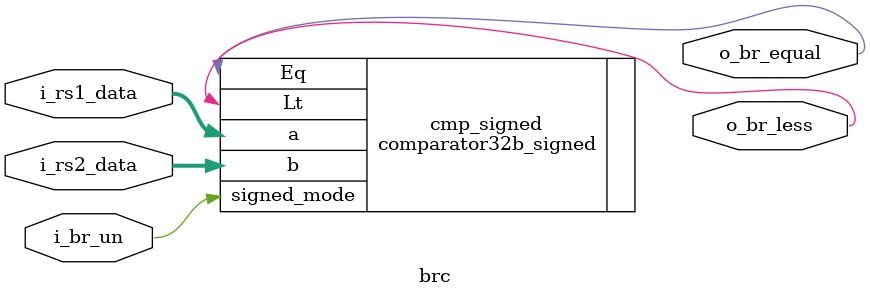
<source format=sv>
module brc (
	input logic [31:0] i_rs1_data,	// Data from the first register.
	input logic [31:0] i_rs2_data,	// Data from the second register.
	input logic i_br_un,					// Comparison mode (1 if signed, 0 if unsigned).
	
	output logic o_br_less, 			// Output is 1 if rs1 < rs2
	output logic o_br_equal				// Output is 1 if rs1 = rs2
);

comparator32b_signed cmp_signed (.a(i_rs1_data), .b(i_rs2_data), .signed_mode(i_br_un), .Eq(o_br_equal), .Lt(o_br_less));

endmodule

</source>
